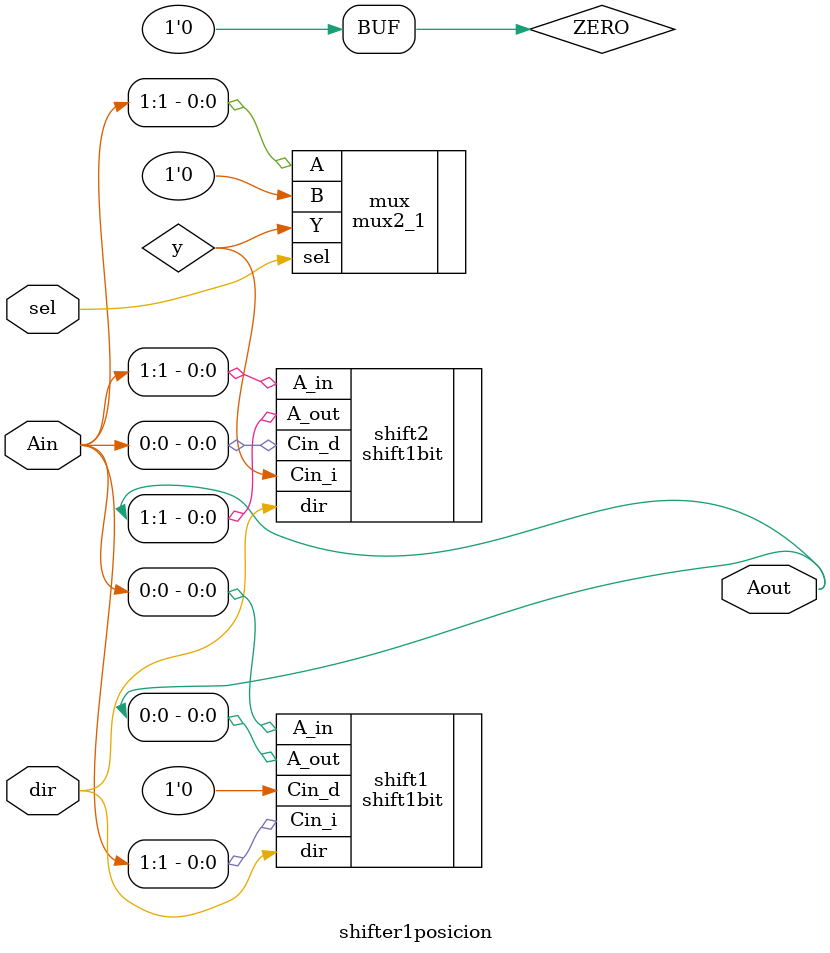
<source format=sv>
module shifter1posicion #(parameter N=2) 
(input [N-1:0] Ain,
 input sel,  dir,
 output [N-1:0] Aout 
);

logic ZERO=0;
logic y;

mux2_1 mux (.sel(sel),.A(Ain[N-1]),.B(ZERO),.Y(y));

shift1bit shift1(.dir(dir),.A_in(Ain[0]),.Cin_i(Ain[1]),.Cin_d(ZERO),
.A_out(Aout[0]));

genvar i;
generate
	for (i=1; i<N-1; i=i+1) begin: generate_block_identifier
		shift1bit shift1(.dir(dir),.A_in(Ain[i]),.Cin_i(Ain[i+1]),.Cin_d(Ain[i-1]),
		.A_out(Aout[i]));		 
	end
endgenerate
shift1bit shift2(.dir(dir),.A_in(Ain[N-1]),.Cin_i(y),.Cin_d(Ain[N-2]),
.A_out(Aout[N-1]));
endmodule


</source>
